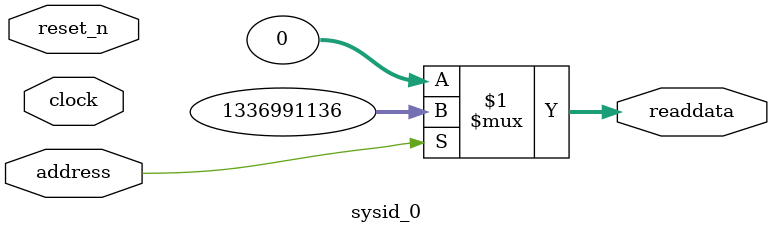
<source format=v>

`timescale 1ns / 1ps
// synthesis translate_on

// turn off superfluous verilog processor warnings 
// altera message_level Level1 
// altera message_off 10034 10035 10036 10037 10230 10240 10030 

module sysid_0 (
                 // inputs:
                  address,
                  clock,
                  reset_n,

                 // outputs:
                  readdata
               )
;

  output  [ 31: 0] readdata;
  input            address;
  input            clock;
  input            reset_n;

  wire    [ 31: 0] readdata;
  //control_slave, which is an e_avalon_slave
  assign readdata = address ? 1336991136 : 0;

endmodule


</source>
